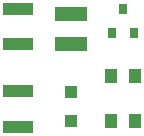
<source format=gbs>
G04 #@! TF.FileFunction,Soldermask,Bot*
%FSLAX46Y46*%
G04 Gerber Fmt 4.6, Leading zero omitted, Abs format (unit mm)*
G04 Created by KiCad (PCBNEW 4.0.4-stable) date 09/14/17 15:41:31*
%MOMM*%
%LPD*%
G01*
G04 APERTURE LIST*
%ADD10C,0.100000*%
%ADD11R,1.000000X1.250000*%
%ADD12R,0.800000X0.900000*%
%ADD13R,2.500000X1.000000*%
%ADD14R,2.700000X1.300000*%
%ADD15R,1.000000X1.000000*%
G04 APERTURE END LIST*
D10*
D11*
X122285000Y-69215000D03*
X120285000Y-69215000D03*
D12*
X122235000Y-61690000D03*
X120335000Y-61690000D03*
X121285000Y-59690000D03*
D11*
X120285000Y-65405000D03*
X122285000Y-65405000D03*
D13*
X112395000Y-62690000D03*
X112395000Y-59690000D03*
X112395000Y-69675000D03*
X112395000Y-66675000D03*
D14*
X116840000Y-60155000D03*
X116840000Y-62695000D03*
D15*
X116840000Y-69195000D03*
X116840000Y-66695000D03*
M02*

</source>
